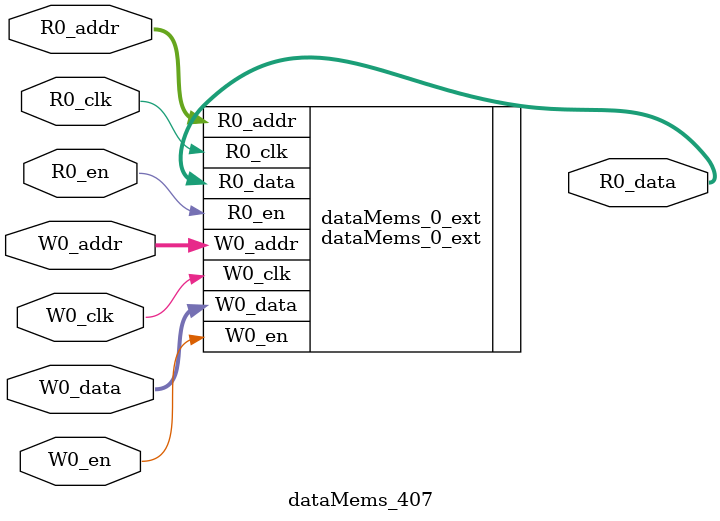
<source format=sv>
`ifndef RANDOMIZE
  `ifdef RANDOMIZE_REG_INIT
    `define RANDOMIZE
  `endif // RANDOMIZE_REG_INIT
`endif // not def RANDOMIZE
`ifndef RANDOMIZE
  `ifdef RANDOMIZE_MEM_INIT
    `define RANDOMIZE
  `endif // RANDOMIZE_MEM_INIT
`endif // not def RANDOMIZE

`ifndef RANDOM
  `define RANDOM $random
`endif // not def RANDOM

// Users can define 'PRINTF_COND' to add an extra gate to prints.
`ifndef PRINTF_COND_
  `ifdef PRINTF_COND
    `define PRINTF_COND_ (`PRINTF_COND)
  `else  // PRINTF_COND
    `define PRINTF_COND_ 1
  `endif // PRINTF_COND
`endif // not def PRINTF_COND_

// Users can define 'ASSERT_VERBOSE_COND' to add an extra gate to assert error printing.
`ifndef ASSERT_VERBOSE_COND_
  `ifdef ASSERT_VERBOSE_COND
    `define ASSERT_VERBOSE_COND_ (`ASSERT_VERBOSE_COND)
  `else  // ASSERT_VERBOSE_COND
    `define ASSERT_VERBOSE_COND_ 1
  `endif // ASSERT_VERBOSE_COND
`endif // not def ASSERT_VERBOSE_COND_

// Users can define 'STOP_COND' to add an extra gate to stop conditions.
`ifndef STOP_COND_
  `ifdef STOP_COND
    `define STOP_COND_ (`STOP_COND)
  `else  // STOP_COND
    `define STOP_COND_ 1
  `endif // STOP_COND
`endif // not def STOP_COND_

// Users can define INIT_RANDOM as general code that gets injected into the
// initializer block for modules with registers.
`ifndef INIT_RANDOM
  `define INIT_RANDOM
`endif // not def INIT_RANDOM

// If using random initialization, you can also define RANDOMIZE_DELAY to
// customize the delay used, otherwise 0.002 is used.
`ifndef RANDOMIZE_DELAY
  `define RANDOMIZE_DELAY 0.002
`endif // not def RANDOMIZE_DELAY

// Define INIT_RANDOM_PROLOG_ for use in our modules below.
`ifndef INIT_RANDOM_PROLOG_
  `ifdef RANDOMIZE
    `ifdef VERILATOR
      `define INIT_RANDOM_PROLOG_ `INIT_RANDOM
    `else  // VERILATOR
      `define INIT_RANDOM_PROLOG_ `INIT_RANDOM #`RANDOMIZE_DELAY begin end
    `endif // VERILATOR
  `else  // RANDOMIZE
    `define INIT_RANDOM_PROLOG_
  `endif // RANDOMIZE
`endif // not def INIT_RANDOM_PROLOG_

// Include register initializers in init blocks unless synthesis is set
`ifndef SYNTHESIS
  `ifndef ENABLE_INITIAL_REG_
    `define ENABLE_INITIAL_REG_
  `endif // not def ENABLE_INITIAL_REG_
`endif // not def SYNTHESIS

// Include rmemory initializers in init blocks unless synthesis is set
`ifndef SYNTHESIS
  `ifndef ENABLE_INITIAL_MEM_
    `define ENABLE_INITIAL_MEM_
  `endif // not def ENABLE_INITIAL_MEM_
`endif // not def SYNTHESIS

module dataMems_407(	// @[generators/ara/src/main/scala/UnsafeAXI4ToTL.scala:365:62]
  input  [4:0]  R0_addr,
  input         R0_en,
  input         R0_clk,
  output [66:0] R0_data,
  input  [4:0]  W0_addr,
  input         W0_en,
  input         W0_clk,
  input  [66:0] W0_data
);

  dataMems_0_ext dataMems_0_ext (	// @[generators/ara/src/main/scala/UnsafeAXI4ToTL.scala:365:62]
    .R0_addr (R0_addr),
    .R0_en   (R0_en),
    .R0_clk  (R0_clk),
    .R0_data (R0_data),
    .W0_addr (W0_addr),
    .W0_en   (W0_en),
    .W0_clk  (W0_clk),
    .W0_data (W0_data)
  );
endmodule


</source>
